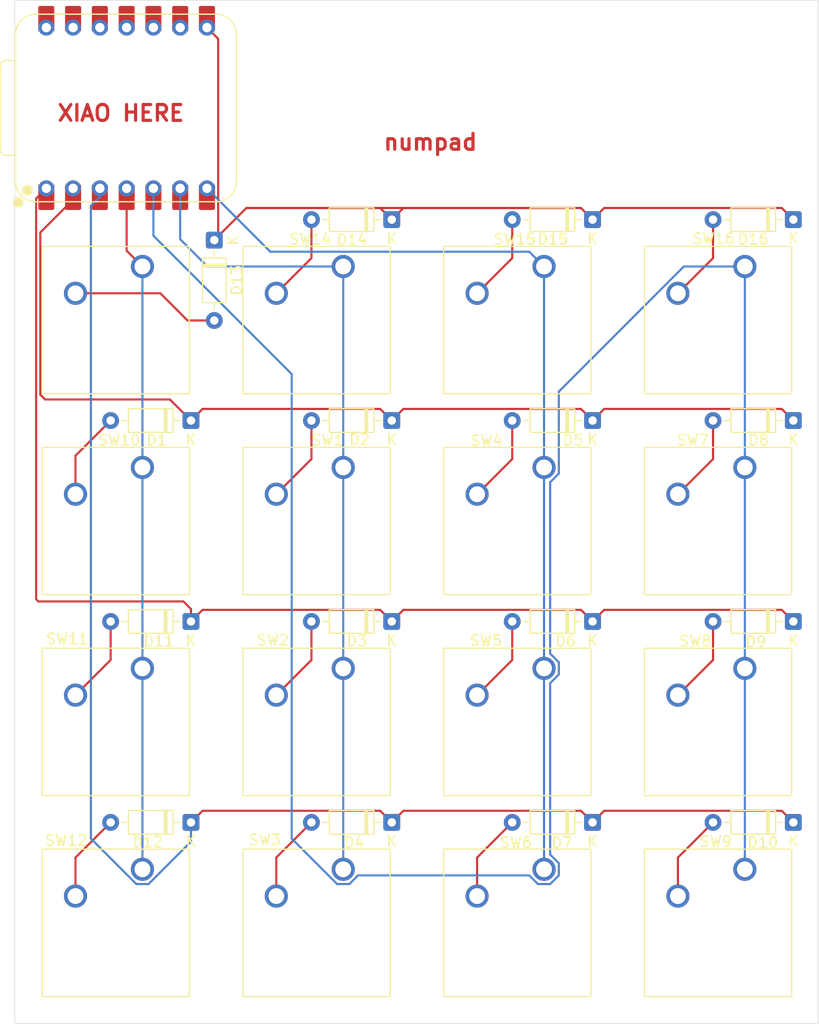
<source format=kicad_pcb>
(kicad_pcb (version 20241229) (generator "pcbnew") (generator_version "9.0")
  (layers (0 "F.Cu" signal) (2 "B.Cu" signal) (13 "F.Paste" user) (15 "B.Paste" user) (5 "F.SilkS" user "F.Silkscreen") (7 "B.SilkS" user "B.Silkscreen") (1 "F.Mask" user) (3 "B.Mask" user) (25 "Edge.Cuts" user))
  (net 0 "")
  (net 1 "Net-(D1-K)")
  (net 2 "Net-(D1-A)")
  (net 3 "Net-(D2-A)")
  (net 4 "Net-(D11-K)")
  (net 5 "Net-(D3-A)")
  (net 6 "Net-(D4-A)")
  (net 7 "Net-(D10-K)")
  (net 8 "Net-(D5-A)")
  (net 9 "Net-(D6-A)")
  (net 10 "Net-(D7-A)")
  (net 11 "Net-(D8-A)")
  (net 12 "Net-(D9-A)")
  (net 13 "Net-(D10-A)")
  (net 14 "Net-(D11-A)")
  (net 15 "Net-(D12-A)")
  (net 16 "Net-(D13-A)")
  (net 17 "Net-(D13-K)")
  (net 18 "Net-(D14-A)")
  (net 19 "Net-(D15-A)")
  (net 20 "Net-(D16-A)")
  (net 21 "Net-(U1-GPIO7{slash}SCL)")
  (net 22 "Net-(U1-GPIO6{slash}SDA)")
  (net 23 "Net-(U1-GPIO29{slash}ADC3{slash}A3)")
  (net 24 "Net-(U1-GND)")
  (net 25 "Net-(U1-GPIO3{slash}MOSI)")
  (net 26 "Net-(U1-GPIO4{slash}MISO)")
  (net 30 "Net-(U1-GPIO0{slash}TX)")
  (footprint "Diode_THT:D_DO-35_SOD27_P7.62mm_Horizontal" (layer "F.Cu") (at 87.78875 88.10625 180)
    (property "Reference" "D1" (at 3.25755 -1.86055 0) (layer "F.SilkS"))
    (property "Value" "1N4148")
    (fp_text user "K" (at 0 -1.8 0) (layer "F.SilkS"))
    (pad "1" thru_hole roundrect (at 0 0 180) (size 1.6 1.6) (drill 0.8) (layers "*.Cu" "*.Mask") (roundrect_rratio 0.15625) (net 1 "Net-(D1-K)"))
    (pad "2" thru_hole circle (at 7.62 0 180) (size 1.6 1.6) (drill 0.8) (layers "*.Cu" "*.Mask") (net 2 "Net-(D1-A)"))
  )
  (footprint "Diode_THT:D_DO-35_SOD27_P7.62mm_Horizontal" (layer "F.Cu") (at 144.93875 107.15625 180)
    (property "Reference" "D9" (at 3.56235 -1.91135 0) (layer "F.SilkS"))
    (property "Value" "1N4148WT")
    (fp_text user "K" (at 0 -1.8 0) (layer "F.SilkS"))
    (pad "1" thru_hole roundrect (at 0 0 180) (size 1.6 1.6) (drill 0.8) (layers "*.Cu" "*.Mask") (roundrect_rratio 0.15625) (net 4 "Net-(D11-K)"))
    (pad "2" thru_hole circle (at 7.62 0 180) (size 1.6 1.6) (drill 0.8) (layers "*.Cu" "*.Mask") (net 12 "Net-(D9-A)"))
  )
  (footprint "Button_Switch_Keyboard:SW_Cherry_MX_1.00u_PCB" (layer "F.Cu") (at 121.285 130.65125)
    (property "Reference" "SW6" (at -2.667 -2.53365 0) (layer "F.SilkS"))
    (property "Value" "SW_Push")
    (pad "" np_thru_hole circle (at -7.62 5.08) (size 1.7 1.7) (drill 1.7) (layers "*.Cu" "*.Mask"))
    (pad "" np_thru_hole circle (at -2.54 5.08) (size 4 4) (drill 4) (layers "*.Cu" "*.Mask"))
    (pad "" np_thru_hole circle (at 2.54 5.08) (size 1.7 1.7) (drill 1.7) (layers "*.Cu" "*.Mask"))
    (pad "1" thru_hole circle (at 0 0) (size 2.2 2.2) (drill 1.5) (layers "*.Cu" "*.Mask") (net 30 "Net-(U1-GPIO0{slash}TX)"))
    (pad "2" thru_hole circle (at -6.35 2.54) (size 2.2 2.2) (drill 1.5) (layers "*.Cu" "*.Mask") (net 10 "Net-(D7-A)"))
  )
  (footprint "Diode_THT:D_DO-35_SOD27_P7.62mm_Horizontal" (layer "F.Cu") (at 87.78875 107.15625 180)
    (property "Reference" "D11" (at 3.05435 -1.86055 0) (layer "F.SilkS"))
    (property "Value" "1N4148WT")
    (fp_text user "K" (at 0 -1.8 0) (layer "F.SilkS"))
    (pad "1" thru_hole roundrect (at 0 0 180) (size 1.6 1.6) (drill 0.8) (layers "*.Cu" "*.Mask") (roundrect_rratio 0.15625) (net 4 "Net-(D11-K)"))
    (pad "2" thru_hole circle (at 7.62 0 180) (size 1.6 1.6) (drill 0.8) (layers "*.Cu" "*.Mask") (net 14 "Net-(D11-A)"))
  )
  (footprint "Diode_THT:D_DO-35_SOD27_P7.62mm_Horizontal" (layer "F.Cu") (at 125.88875 107.15625 180)
    (property "Reference" "D6" (at 2.54635 -1.86055 0) (layer "F.SilkS"))
    (property "Value" "1N4148WT")
    (fp_text user "K" (at 0 -1.8 0) (layer "F.SilkS"))
    (pad "1" thru_hole roundrect (at 0 0 180) (size 1.6 1.6) (drill 0.8) (layers "*.Cu" "*.Mask") (roundrect_rratio 0.15625) (net 4 "Net-(D11-K)"))
    (pad "2" thru_hole circle (at 7.62 0 180) (size 1.6 1.6) (drill 0.8) (layers "*.Cu" "*.Mask") (net 9 "Net-(D6-A)"))
  )
  (footprint "Diode_THT:D_DO-35_SOD27_P7.62mm_Horizontal" (layer "F.Cu") (at 125.88875 69.05625 180)
    (property "Reference" "D15" (at 3.76555 -1.86055 0) (layer "F.SilkS"))
    (property "Value" "1N4148")
    (fp_text user "K" (at 0 -1.8 0) (layer "F.SilkS"))
    (pad "1" thru_hole roundrect (at 0 0 180) (size 1.6 1.6) (drill 0.8) (layers "*.Cu" "*.Mask") (roundrect_rratio 0.15625) (net 17 "Net-(D13-K)"))
    (pad "2" thru_hole circle (at 7.62 0 180) (size 1.6 1.6) (drill 0.8) (layers "*.Cu" "*.Mask") (net 19 "Net-(D15-A)"))
  )
  (footprint "Diode_THT:D_DO-35_SOD27_P7.62mm_Horizontal" (layer "F.Cu") (at 106.83875 126.20625 180)
    (property "Reference" "D4" (at 3.56235 -1.91135 0) (layer "F.SilkS"))
    (property "Value" "1N4148WT")
    (fp_text user "K" (at 0 -1.8 0) (layer "F.SilkS"))
    (pad "1" thru_hole roundrect (at 0 0 180) (size 1.6 1.6) (drill 0.8) (layers "*.Cu" "*.Mask") (roundrect_rratio 0.15625) (net 7 "Net-(D10-K)"))
    (pad "2" thru_hole circle (at 7.62 0 180) (size 1.6 1.6) (drill 0.8) (layers "*.Cu" "*.Mask") (net 6 "Net-(D4-A)"))
  )
  (footprint "Button_Switch_Keyboard:SW_Cherry_MX_1.00u_PCB" (layer "F.Cu") (at 140.335 73.50125)
    (property "Reference" "SW16" (at -2.9718 -2.63525 0) (layer "F.SilkS"))
    (property "Value" "SW_Push")
    (pad "" np_thru_hole circle (at -7.62 5.08) (size 1.7 1.7) (drill 1.7) (layers "*.Cu" "*.Mask"))
    (pad "" np_thru_hole circle (at -2.54 5.08) (size 4 4) (drill 4) (layers "*.Cu" "*.Mask"))
    (pad "" np_thru_hole circle (at 2.54 5.08) (size 1.7 1.7) (drill 1.7) (layers "*.Cu" "*.Mask"))
    (pad "1" thru_hole circle (at 0 0) (size 2.2 2.2) (drill 1.5) (layers "*.Cu" "*.Mask") (net 22 "Net-(U1-GPIO6{slash}SDA)"))
    (pad "2" thru_hole circle (at -6.35 2.54) (size 2.2 2.2) (drill 1.5) (layers "*.Cu" "*.Mask") (net 20 "Net-(D16-A)"))
  )
  (footprint "Diode_THT:D_DO-35_SOD27_P7.62mm_Horizontal" (layer "F.Cu") (at 144.93875 126.20625 180)
    (property "Reference" "D10" (at 2.90195 -1.91135 0) (layer "F.SilkS"))
    (property "Value" "1N4148WT")
    (fp_text user "K" (at 0 -1.8 0) (layer "F.SilkS"))
    (pad "1" thru_hole roundrect (at 0 0 180) (size 1.6 1.6) (drill 0.8) (layers "*.Cu" "*.Mask") (roundrect_rratio 0.15625) (net 7 "Net-(D10-K)"))
    (pad "2" thru_hole circle (at 7.62 0 180) (size 1.6 1.6) (drill 0.8) (layers "*.Cu" "*.Mask") (net 13 "Net-(D10-A)"))
  )
  (footprint "Button_Switch_Keyboard:SW_Cherry_MX_1.00u_PCB" (layer "F.Cu") (at 121.285 92.55125)
    (property "Reference" "SW4" (at -5.461 -2.53365 0) (layer "F.SilkS"))
    (property "Value" "SW_Push")
    (pad "" np_thru_hole circle (at -7.62 5.08) (size 1.7 1.7) (drill 1.7) (layers "*.Cu" "*.Mask"))
    (pad "" np_thru_hole circle (at -2.54 5.08) (size 4 4) (drill 4) (layers "*.Cu" "*.Mask"))
    (pad "" np_thru_hole circle (at 2.54 5.08) (size 1.7 1.7) (drill 1.7) (layers "*.Cu" "*.Mask"))
    (pad "1" thru_hole circle (at 0 0) (size 2.2 2.2) (drill 1.5) (layers "*.Cu" "*.Mask") (net 30 "Net-(U1-GPIO0{slash}TX)"))
    (pad "2" thru_hole circle (at -6.35 2.54) (size 2.2 2.2) (drill 1.5) (layers "*.Cu" "*.Mask") (net 8 "Net-(D5-A)"))
  )
  (footprint "Button_Switch_Keyboard:SW_Cherry_MX_1.00u_PCB" (layer "F.Cu") (at 102.235 92.55125)
    (property "Reference" "SW1" (at -1.4986 -2.58445 0) (layer "F.SilkS"))
    (property "Value" "SW_Push")
    (pad "" np_thru_hole circle (at -7.62 5.08) (size 1.7 1.7) (drill 1.7) (layers "*.Cu" "*.Mask"))
    (pad "" np_thru_hole circle (at -2.54 5.08) (size 4 4) (drill 4) (layers "*.Cu" "*.Mask"))
    (pad "" np_thru_hole circle (at 2.54 5.08) (size 1.7 1.7) (drill 1.7) (layers "*.Cu" "*.Mask"))
    (pad "1" thru_hole circle (at 0 0) (size 2.2 2.2) (drill 1.5) (layers "*.Cu" "*.Mask") (net 21 "Net-(U1-GPIO7{slash}SCL)"))
    (pad "2" thru_hole circle (at -6.35 2.54) (size 2.2 2.2) (drill 1.5) (layers "*.Cu" "*.Mask") (net 3 "Net-(D2-A)"))
  )
  (footprint "Diode_THT:D_DO-35_SOD27_P7.62mm_Horizontal" (layer "F.Cu") (at 144.93875 69.05625 180)
    (property "Reference" "D16" (at 3.81635 -1.86055 0) (layer "F.SilkS"))
    (property "Value" "1N4148")
    (fp_text user "K" (at 0 -1.8 0) (layer "F.SilkS"))
    (pad "1" thru_hole roundrect (at 0 0 180) (size 1.6 1.6) (drill 0.8) (layers "*.Cu" "*.Mask") (roundrect_rratio 0.15625) (net 17 "Net-(D13-K)"))
    (pad "2" thru_hole circle (at 7.62 0 180) (size 1.6 1.6) (drill 0.8) (layers "*.Cu" "*.Mask") (net 20 "Net-(D16-A)"))
  )
  (footprint "Diode_THT:D_DO-35_SOD27_P7.62mm_Horizontal" (layer "F.Cu") (at 90 71 -90)
    (property "Reference" "D13" (at 3.81 -2.12 90) (layer "F.SilkS"))
    (property "Value" "1N4148")
    (fp_text user "K" (at 0 -1.8 90) (layer "F.SilkS"))
    (pad "1" thru_hole roundrect (at 0 0 270) (size 1.6 1.6) (drill 0.8) (layers "*.Cu" "*.Mask") (roundrect_rratio 0.15625) (net 17 "Net-(D13-K)"))
    (pad "2" thru_hole circle (at 7.62 0 270) (size 1.6 1.6) (drill 0.8) (layers "*.Cu" "*.Mask") (net 16 "Net-(D13-A)"))
  )
  (footprint "Diode_THT:D_DO-35_SOD27_P7.62mm_Horizontal" (layer "F.Cu") (at 87.78875 126.20625 180)
    (property "Reference" "D12" (at 4.12115 -1.86055 0) (layer "F.SilkS"))
    (property "Value" "1N4148WT")
    (fp_text user "K" (at 0 -1.8 0) (layer "F.SilkS"))
    (pad "1" thru_hole roundrect (at 0 0 180) (size 1.6 1.6) (drill 0.8) (layers "*.Cu" "*.Mask") (roundrect_rratio 0.15625) (net 7 "Net-(D10-K)"))
    (pad "2" thru_hole circle (at 7.62 0 180) (size 1.6 1.6) (drill 0.8) (layers "*.Cu" "*.Mask") (net 15 "Net-(D12-A)"))
  )
  (footprint "Diode_THT:D_DO-35_SOD27_P7.62mm_Horizontal" (layer "F.Cu") (at 125.88875 88.10625 180)
    (property "Reference" "D5" (at 1.83515 -1.86055 0) (layer "F.SilkS"))
    (property "Value" "1N4148")
    (fp_text user "K" (at 0 -1.8 0) (layer "F.SilkS"))
    (pad "1" thru_hole roundrect (at 0 0 180) (size 1.6 1.6) (drill 0.8) (layers "*.Cu" "*.Mask") (roundrect_rratio 0.15625) (net 1 "Net-(D1-K)"))
    (pad "2" thru_hole circle (at 7.62 0 180) (size 1.6 1.6) (drill 0.8) (layers "*.Cu" "*.Mask") (net 8 "Net-(D5-A)"))
  )
  (footprint "Button_Switch_Keyboard:SW_Cherry_MX_1.00u_PCB" (layer "F.Cu") (at 121.285 111.60125)
    (property "Reference" "SW5" (at -5.5118 -2.63525 0) (layer "F.SilkS"))
    (property "Value" "SW_Push")
    (pad "" np_thru_hole circle (at -7.62 5.08) (size 1.7 1.7) (drill 1.7) (layers "*.Cu" "*.Mask"))
    (pad "" np_thru_hole circle (at -2.54 5.08) (size 4 4) (drill 4) (layers "*.Cu" "*.Mask"))
    (pad "" np_thru_hole circle (at 2.54 5.08) (size 1.7 1.7) (drill 1.7) (layers "*.Cu" "*.Mask"))
    (pad "1" thru_hole circle (at 0 0) (size 2.2 2.2) (drill 1.5) (layers "*.Cu" "*.Mask") (net 30 "Net-(U1-GPIO0{slash}TX)"))
    (pad "2" thru_hole circle (at -6.35 2.54) (size 2.2 2.2) (drill 1.5) (layers "*.Cu" "*.Mask") (net 9 "Net-(D6-A)"))
  )
  (footprint "Button_Switch_Keyboard:SW_Cherry_MX_1.00u_PCB" (layer "F.Cu") (at 83.185 111.60125)
    (property "Reference" "SW11" (at -7.1374 -2.78765 0) (layer "F.SilkS"))
    (property "Value" "SW_Push")
    (pad "" np_thru_hole circle (at -7.62 5.08) (size 1.7 1.7) (drill 1.7) (layers "*.Cu" "*.Mask"))
    (pad "" np_thru_hole circle (at -2.54 5.08) (size 4 4) (drill 4) (layers "*.Cu" "*.Mask"))
    (pad "" np_thru_hole circle (at 2.54 5.08) (size 1.7 1.7) (drill 1.7) (layers "*.Cu" "*.Mask"))
    (pad "1" thru_hole circle (at 0 0) (size 2.2 2.2) (drill 1.5) (layers "*.Cu" "*.Mask") (net 23 "Net-(U1-GPIO29{slash}ADC3{slash}A3)"))
    (pad "2" thru_hole circle (at -6.35 2.54) (size 2.2 2.2) (drill 1.5) (layers "*.Cu" "*.Mask") (net 14 "Net-(D11-A)"))
  )
  (footprint "opl:XIAO-RP2040-DIP" (layer "F.Cu") (at 81.6864 58.4708 90)
    (property "Reference" "U1" (hide yes))
    (property "Value" "XIAO-RP2040-DIP")
    (pad "1" smd roundrect (at -8.455 -7.62 270) (size 2.432 1.524) (layers "F.Cu" "F.Mask") (roundrect_rratio 0.1) (net 4 "Net-(D11-K)"))
    (pad "1" thru_hole circle (at -7.62 -7.62 270) (size 1.524 1.524) (drill 0.889) (layers "*.Cu" "*.Mask") (net 4 "Net-(D11-K)"))
    (pad "2" smd roundrect (at -8.455 -5.08 270) (size 2.432 1.524) (layers "F.Cu" "F.Mask") (roundrect_rratio 0.1) (net 1 "Net-(D1-K)"))
    (pad "2" thru_hole circle (at -7.62 -5.08 270) (size 1.524 1.524) (drill 0.889) (layers "*.Cu" "*.Mask") (net 1 "Net-(D1-K)"))
    (pad "3" smd roundrect (at -8.455 -2.54 270) (size 2.432 1.524) (layers "F.Cu" "F.Mask") (roundrect_rratio 0.1) (net 7 "Net-(D10-K)"))
    (pad "3" thru_hole circle (at -7.62 -2.54 270) (size 1.524 1.524) (drill 0.889) (layers "*.Cu" "*.Mask") (net 7 "Net-(D10-K)"))
    (pad "4" smd roundrect (at -8.455 0 270) (size 2.432 1.524) (layers "F.Cu" "F.Mask") (roundrect_rratio 0.1) (net 23 "Net-(U1-GPIO29{slash}ADC3{slash}A3)"))
    (pad "4" thru_hole circle (at -7.62 0 270) (size 1.524 1.524) (drill 0.889) (layers "*.Cu" "*.Mask") (net 23 "Net-(U1-GPIO29{slash}ADC3{slash}A3)"))
    (pad "5" smd roundrect (at -8.455 2.54 270) (size 2.432 1.524) (layers "F.Cu" "F.Mask") (roundrect_rratio 0.1) (net 22 "Net-(U1-GPIO6{slash}SDA)"))
    (pad "5" thru_hole circle (at -7.62 2.54 270) (size 1.524 1.524) (drill 0.889) (layers "*.Cu" "*.Mask") (net 22 "Net-(U1-GPIO6{slash}SDA)"))
    (pad "6" smd roundrect (at -8.455 5.08 270) (size 2.432 1.524) (layers "F.Cu" "F.Mask") (roundrect_rratio 0.1) (net 21 "Net-(U1-GPIO7{slash}SCL)"))
    (pad "6" thru_hole circle (at -7.62 5.08 270) (size 1.524 1.524) (drill 0.889) (layers "*.Cu" "*.Mask") (net 21 "Net-(U1-GPIO7{slash}SCL)"))
    (pad "7" smd roundrect (at -8.455 7.62 270) (size 2.432 1.524) (layers "F.Cu" "F.Mask") (roundrect_rratio 0.1) (net 30 "Net-(U1-GPIO0{slash}TX)"))
    (pad "7" thru_hole circle (at -7.62 7.62 270) (size 1.524 1.524) (drill 0.889) (layers "*.Cu" "*.Mask") (net 30 "Net-(U1-GPIO0{slash}TX)"))
    (pad "8" thru_hole circle (at 7.62 7.62 90) (size 1.524 1.524) (drill 0.889) (layers "*.Cu" "*.Mask") (net 17 "Net-(D13-K)"))
    (pad "8" smd roundrect (at 8.455 7.62 90) (size 2.432 1.524) (layers "F.Cu" "F.Mask") (roundrect_rratio 0.1) (net 17 "Net-(D13-K)"))
    (pad "9" thru_hole circle (at 7.62 5.08 90) (size 1.524 1.524) (drill 0.889) (layers "*.Cu" "*.Mask"))
    (pad "9" smd roundrect (at 8.455 5.08 90) (size 2.432 1.524) (layers "F.Cu" "F.Mask") (roundrect_rratio 0.1))
    (pad "10" thru_hole circle (at 7.62 2.54 90) (size 1.524 1.524) (drill 0.889) (layers "*.Cu" "*.Mask") (net 26 "Net-(U1-GPIO4{slash}MISO)"))
    (pad "10" smd roundrect (at 8.455 2.54 90) (size 2.432 1.524) (layers "F.Cu" "F.Mask") (roundrect_rratio 0.1) (net 26 "Net-(U1-GPIO4{slash}MISO)"))
    (pad "11" thru_hole circle (at 7.62 0 90) (size 1.524 1.524) (drill 0.889) (layers "*.Cu" "*.Mask") (net 25 "Net-(U1-GPIO3{slash}MOSI)"))
    (pad "11" smd roundrect (at 8.455 0 90) (size 2.432 1.524) (layers "F.Cu" "F.Mask") (roundrect_rratio 0.1) (net 25 "Net-(U1-GPIO3{slash}MOSI)"))
    (pad "12" thru_hole circle (at 7.62 -2.54 90) (size 1.524 1.524) (drill 0.889) (layers "*.Cu" "*.Mask"))
    (pad "12" smd roundrect (at 8.455 -2.54 90) (size 2.432 1.524) (layers "F.Cu" "F.Mask") (roundrect_rratio 0.1))
    (pad "13" thru_hole circle (at 7.62 -5.08 90) (size 1.524 1.524) (drill 0.889) (layers "*.Cu" "*.Mask") (net 24 "Net-(U1-GND)"))
    (pad "13" smd roundrect (at 8.455 -5.08 90) (size 2.432 1.524) (layers "F.Cu" "F.Mask") (roundrect_rratio 0.1) (net 24 "Net-(U1-GND)"))
    (pad "14" thru_hole circle (at 7.62 -7.62 90) (size 1.524 1.524) (drill 0.889) (layers "*.Cu" "*.Mask"))
    (pad "14" smd roundrect (at 8.455 -7.62 90) (size 2.432 1.524) (layers "F.Cu" "F.Mask") (roundrect_rratio 0.1))
  )
  (footprint "Button_Switch_Keyboard:SW_Cherry_MX_1.00u_PCB" (layer "F.Cu") (at 83.185 73.50125)
    (property "Reference" "SW13" (hide yes))
    (property "Value" "SW_Push")
    (pad "" np_thru_hole circle (at -7.62 5.08) (size 1.7 1.7) (drill 1.7) (layers "*.Cu" "*.Mask"))
    (pad "" np_thru_hole circle (at -2.54 5.08) (size 4 4) (drill 4) (layers "*.Cu" "*.Mask"))
    (pad "" np_thru_hole circle (at 2.54 5.08) (size 1.7 1.7) (drill 1.7) (layers "*.Cu" "*.Mask"))
    (pad "1" thru_hole circle (at 0 0) (size 2.2 2.2) (drill 1.5) (layers "*.Cu" "*.Mask") (net 23 "Net-(U1-GPIO29{slash}ADC3{slash}A3)"))
    (pad "2" thru_hole circle (at -6.35 2.54) (size 2.2 2.2) (drill 1.5) (layers "*.Cu" "*.Mask") (net 16 "Net-(D13-A)"))
  )
  (footprint "Diode_THT:D_DO-35_SOD27_P7.62mm_Horizontal" (layer "F.Cu") (at 144.93875 88.10625 180)
    (property "Reference" "D8" (at 3.30835 -1.86055 0) (layer "F.SilkS"))
    (property "Value" "1N4148")
    (fp_text user "K" (at 0 -1.8 0) (layer "F.SilkS"))
    (pad "1" thru_hole roundrect (at 0 0 180) (size 1.6 1.6) (drill 0.8) (layers "*.Cu" "*.Mask") (roundrect_rratio 0.15625) (net 1 "Net-(D1-K)"))
    (pad "2" thru_hole circle (at 7.62 0 180) (size 1.6 1.6) (drill 0.8) (layers "*.Cu" "*.Mask") (net 11 "Net-(D8-A)"))
  )
  (footprint "Diode_THT:D_DO-35_SOD27_P7.62mm_Horizontal" (layer "F.Cu") (at 125.88875 126.20625 180)
    (property "Reference" "D7" (at 2.90195 -1.91135 0) (layer "F.SilkS"))
    (property "Value" "1N4148WT")
    (fp_text user "K" (at 0 -1.8 0) (layer "F.SilkS"))
    (pad "1" thru_hole roundrect (at 0 0 180) (size 1.6 1.6) (drill 0.8) (layers "*.Cu" "*.Mask") (roundrect_rratio 0.15625) (net 7 "Net-(D10-K)"))
    (pad "2" thru_hole circle (at 7.62 0 180) (size 1.6 1.6) (drill 0.8) (layers "*.Cu" "*.Mask") (net 10 "Net-(D7-A)"))
  )
  (footprint "Button_Switch_Keyboard:SW_Cherry_MX_1.00u_PCB" (layer "F.Cu") (at 83.185 130.65125)
    (property "Reference" "SW12" (at -7.239 -2.73685 0) (layer "F.SilkS"))
    (property "Value" "SW_Push")
    (pad "" np_thru_hole circle (at -7.62 5.08) (size 1.7 1.7) (drill 1.7) (layers "*.Cu" "*.Mask"))
    (pad "" np_thru_hole circle (at -2.54 5.08) (size 4 4) (drill 4) (layers "*.Cu" "*.Mask"))
    (pad "" np_thru_hole circle (at 2.54 5.08) (size 1.7 1.7) (drill 1.7) (layers "*.Cu" "*.Mask"))
    (pad "1" thru_hole circle (at 0 0) (size 2.2 2.2) (drill 1.5) (layers "*.Cu" "*.Mask") (net 23 "Net-(U1-GPIO29{slash}ADC3{slash}A3)"))
    (pad "2" thru_hole circle (at -6.35 2.54) (size 2.2 2.2) (drill 1.5) (layers "*.Cu" "*.Mask") (net 15 "Net-(D12-A)"))
  )
  (footprint "Button_Switch_Keyboard:SW_Cherry_MX_1.00u_PCB" (layer "F.Cu") (at 140.335 130.65125)
    (property "Reference" "SW9" (at -2.7686 -2.63525 0) (layer "F.SilkS"))
    (property "Value" "SW_Push")
    (pad "" np_thru_hole circle (at -7.62 5.08) (size 1.7 1.7) (drill 1.7) (layers "*.Cu" "*.Mask"))
    (pad "" np_thru_hole circle (at -2.54 5.08) (size 4 4) (drill 4) (layers "*.Cu" "*.Mask"))
    (pad "" np_thru_hole circle (at 2.54 5.08) (size 1.7 1.7) (drill 1.7) (layers "*.Cu" "*.Mask"))
    (pad "1" thru_hole circle (at 0 0) (size 2.2 2.2) (drill 1.5) (layers "*.Cu" "*.Mask") (net 22 "Net-(U1-GPIO6{slash}SDA)"))
    (pad "2" thru_hole circle (at -6.35 2.54) (size 2.2 2.2) (drill 1.5) (layers "*.Cu" "*.Mask") (net 13 "Net-(D10-A)"))
  )
  (footprint "Button_Switch_Keyboard:SW_Cherry_MX_1.00u_PCB" (layer "F.Cu") (at 140.335 111.60125)
    (property "Reference" "SW8" (at -4.699 -2.58445 0) (layer "F.SilkS"))
    (property "Value" "SW_Push")
    (pad "" np_thru_hole circle (at -7.62 5.08) (size 1.7 1.7) (drill 1.7) (layers "*.Cu" "*.Mask"))
    (pad "" np_thru_hole circle (at -2.54 5.08) (size 4 4) (drill 4) (layers "*.Cu" "*.Mask"))
    (pad "" np_thru_hole circle (at 2.54 5.08) (size 1.7 1.7) (drill 1.7) (layers "*.Cu" "*.Mask"))
    (pad "1" thru_hole circle (at 0 0) (size 2.2 2.2) (drill 1.5) (layers "*.Cu" "*.Mask") (net 22 "Net-(U1-GPIO6{slash}SDA)"))
    (pad "2" thru_hole circle (at -6.35 2.54) (size 2.2 2.2) (drill 1.5) (layers "*.Cu" "*.Mask") (net 12 "Net-(D9-A)"))
  )
  (footprint "Diode_THT:D_DO-35_SOD27_P7.62mm_Horizontal" (layer "F.Cu") (at 106.83875 88.10625 180)
    (property "Reference" "D2" (at 3.05435 -1.80975 0) (layer "F.SilkS"))
    (property "Value" "1N4148")
    (fp_text user "K" (at 0 -1.8 0) (layer "F.SilkS"))
    (pad "1" thru_hole roundrect (at 0 0 180) (size 1.6 1.6) (drill 0.8) (layers "*.Cu" "*.Mask") (roundrect_rratio 0.15625) (net 1 "Net-(D1-K)"))
    (pad "2" thru_hole circle (at 7.62 0 180) (size 1.6 1.6) (drill 0.8) (layers "*.Cu" "*.Mask") (net 3 "Net-(D2-A)"))
  )
  (footprint "Button_Switch_Keyboard:SW_Cherry_MX_1.00u_PCB" (layer "F.Cu") (at 102.235 130.65125)
    (property "Reference" "SW3" (at -7.4422 -2.794 0) (layer "F.SilkS"))
    (property "Value" "SW_Push")
    (pad "" np_thru_hole circle (at -7.62 5.08) (size 1.7 1.7) (drill 1.7) (layers "*.Cu" "*.Mask"))
    (pad "" np_thru_hole circle (at -2.54 5.08) (size 4 4) (drill 4) (layers "*.Cu" "*.Mask"))
    (pad "" np_thru_hole circle (at 2.54 5.08) (size 1.7 1.7) (drill 1.7) (layers "*.Cu" "*.Mask"))
    (pad "1" thru_hole circle (at 0 0) (size 2.2 2.2) (drill 1.5) (layers "*.Cu" "*.Mask") (net 21 "Net-(U1-GPIO7{slash}SCL)"))
    (pad "2" thru_hole circle (at -6.35 2.54) (size 2.2 2.2) (drill 1.5) (layers "*.Cu" "*.Mask") (net 6 "Net-(D4-A)"))
  )
  (footprint "Button_Switch_Keyboard:SW_Cherry_MX_1.00u_PCB" (layer "F.Cu") (at 140.335 92.55125)
    (property "Reference" "SW7" (at -4.953 -2.58445 0) (layer "F.SilkS"))
    (property "Value" "SW_Push")
    (pad "" np_thru_hole circle (at -7.62 5.08) (size 1.7 1.7) (drill 1.7) (layers "*.Cu" "*.Mask"))
    (pad "" np_thru_hole circle (at -2.54 5.08) (size 4 4) (drill 4) (layers "*.Cu" "*.Mask"))
    (pad "" np_thru_hole circle (at 2.54 5.08) (size 1.7 1.7) (drill 1.7) (layers "*.Cu" "*.Mask"))
    (pad "1" thru_hole circle (at 0 0) (size 2.2 2.2) (drill 1.5) (layers "*.Cu" "*.Mask") (net 22 "Net-(U1-GPIO6{slash}SDA)"))
    (pad "2" thru_hole circle (at -6.35 2.54) (size 2.2 2.2) (drill 1.5) (layers "*.Cu" "*.Mask") (net 11 "Net-(D8-A)"))
  )
  (footprint "Button_Switch_Keyboard:SW_Cherry_MX_1.00u_PCB" (layer "F.Cu") (at 102.235 111.60125)
    (property "Reference" "SW2" (at -6.6802 -2.68605 0) (layer "F.SilkS"))
    (property "Value" "SW_Push")
    (pad "" np_thru_hole circle (at -7.62 5.08) (size 1.7 1.7) (drill 1.7) (layers "*.Cu" "*.Mask"))
    (pad "" np_thru_hole circle (at -2.54 5.08) (size 4 4) (drill 4) (layers "*.Cu" "*.Mask"))
    (pad "" np_thru_hole circle (at 2.54 5.08) (size 1.7 1.7) (drill 1.7) (layers "*.Cu" "*.Mask"))
    (pad "1" thru_hole circle (at 0 0) (size 2.2 2.2) (drill 1.5) (layers "*.Cu" "*.Mask") (net 21 "Net-(U1-GPIO7{slash}SCL)"))
    (pad "2" thru_hole circle (at -6.35 2.54) (size 2.2 2.2) (drill 1.5) (layers "*.Cu" "*.Mask") (net 5 "Net-(D3-A)"))
  )
  (footprint "Button_Switch_Keyboard:SW_Cherry_MX_1.00u_PCB" (layer "F.Cu") (at 102.235 73.50125)
    (property "Reference" "SW14" (at -3.1242 -2.58445 0) (layer "F.SilkS"))
    (property "Value" "SW_Push")
    (pad "" np_thru_hole circle (at -7.62 5.08) (size 1.7 1.7) (drill 1.7) (layers "*.Cu" "*.Mask"))
    (pad "" np_thru_hole circle (at -2.54 5.08) (size 4 4) (drill 4) (layers "*.Cu" "*.Mask"))
    (pad "" np_thru_hole circle (at 2.54 5.08) (size 1.7 1.7) (drill 1.7) (layers "*.Cu" "*.Mask"))
    (pad "1" thru_hole circle (at 0 0) (size 2.2 2.2) (drill 1.5) (layers "*.Cu" "*.Mask") (net 21 "Net-(U1-GPIO7{slash}SCL)"))
    (pad "2" thru_hole circle (at -6.35 2.54) (size 2.2 2.2) (drill 1.5) (layers "*.Cu" "*.Mask") (net 18 "Net-(D14-A)"))
  )
  (footprint "Button_Switch_Keyboard:SW_Cherry_MX_1.00u_PCB" (layer "F.Cu") (at 121.285 73.50125)
    (property "Reference" "SW15" (at -2.7686 -2.58445 0) (layer "F.SilkS"))
    (property "Value" "SW_Push")
    (pad "" np_thru_hole circle (at -7.62 5.08) (size 1.7 1.7) (drill 1.7) (layers "*.Cu" "*.Mask"))
    (pad "" np_thru_hole circle (at -2.54 5.08) (size 4 4) (drill 4) (layers "*.Cu" "*.Mask"))
    (pad "" np_thru_hole circle (at 2.54 5.08) (size 1.7 1.7) (drill 1.7) (layers "*.Cu" "*.Mask"))
    (pad "1" thru_hole circle (at 0 0) (size 2.2 2.2) (drill 1.5) (layers "*.Cu" "*.Mask") (net 30 "Net-(U1-GPIO0{slash}TX)"))
    (pad "2" thru_hole circle (at -6.35 2.54) (size 2.2 2.2) (drill 1.5) (layers "*.Cu" "*.Mask") (net 19 "Net-(D15-A)"))
  )
  (footprint "Button_Switch_Keyboard:SW_Cherry_MX_1.00u_PCB" (layer "F.Cu") (at 83.185 92.55125)
    (property "Reference" "SW10" (at -2.2098 -2.58445 0) (layer "F.SilkS"))
    (property "Value" "SW_Push")
    (pad "" np_thru_hole circle (at -7.62 5.08) (size 1.7 1.7) (drill 1.7) (layers "*.Cu" "*.Mask"))
    (pad "" np_thru_hole circle (at -2.54 5.08) (size 4 4) (drill 4) (layers "*.Cu" "*.Mask"))
    (pad "" np_thru_hole circle (at 2.54 5.08) (size 1.7 1.7) (drill 1.7) (layers "*.Cu" "*.Mask"))
    (pad "1" thru_hole circle (at 0 0) (size 2.2 2.2) (drill 1.5) (layers "*.Cu" "*.Mask") (net 23 "Net-(U1-GPIO29{slash}ADC3{slash}A3)"))
    (pad "2" thru_hole circle (at -6.35 2.54) (size 2.2 2.2) (drill 1.5) (layers "*.Cu" "*.Mask") (net 2 "Net-(D1-A)"))
  )
  (footprint "Diode_THT:D_DO-35_SOD27_P7.62mm_Horizontal" (layer "F.Cu") (at 106.83875 107.15625 180)
    (property "Reference" "D3" (at 3.30835 -1.86055 0) (layer "F.SilkS"))
    (property "Value" "1N4148WT")
    (fp_text user "K" (at 0 -1.8 0) (layer "F.SilkS"))
    (pad "1" thru_hole roundrect (at 0 0 180) (size 1.6 1.6) (drill 0.8) (layers "*.Cu" "*.Mask") (roundrect_rratio 0.15625) (net 4 "Net-(D11-K)"))
    (pad "2" thru_hole circle (at 7.62 0 180) (size 1.6 1.6) (drill 0.8) (layers "*.Cu" "*.Mask") (net 5 "Net-(D3-A)"))
  )
  (footprint "Diode_THT:D_DO-35_SOD27_P7.62mm_Horizontal" (layer "F.Cu") (at 106.83875 69.05625 180)
    (property "Reference" "D14" (at 3.76555 -1.91135 0) (layer "F.SilkS"))
    (property "Value" "1N4148")
    (fp_text user "K" (at 0 -1.8 0) (layer "F.SilkS"))
    (pad "1" thru_hole roundrect (at 0 0 180) (size 1.6 1.6) (drill 0.8) (layers "*.Cu" "*.Mask") (roundrect_rratio 0.15625) (net 17 "Net-(D13-K)"))
    (pad "2" thru_hole circle (at 7.62 0 180) (size 1.6 1.6) (drill 0.8) (layers "*.Cu" "*.Mask") (net 18 "Net-(D14-A)"))
  )
  (gr_rect (start 71.0692 48.26) (end 147.2692 145.288) (stroke (width 0.05)) (fill no) (layer "Edge.Cuts"))
  (gr_text "XIAO HERE" (at 74.9808 59.8424 0) (layer "F.Cu") (effects (font (size 1.5 1.5) (thickness 0.3) (bold yes)) (justify left bottom)))
  (gr_text "numpad\n" (at 105.918 62.5856 0) (layer "F.Cu") (effects (font (size 1.5 1.5) (thickness 0.3) (bold yes)) (justify left bottom)))
  (segment (start 143.83775 87.00525) (end 126.98975 87.00525) (width 0.2) (layer "F.Cu") (net 1))
  (segment (start 144.93875 88.10625) (end 143.83775 87.00525) (width 0.2) (layer "F.Cu") (net 1))
  (segment (start 73.9521 86.106) (end 85.7885 86.106) (width 0.2) (layer "F.Cu") (net 1))
  (segment (start 88.88975 87.00525) (end 87.78875 88.10625) (width 0.2) (layer "F.Cu") (net 1))
  (segment (start 76.6064 66.0908) (end 76.6064 67.16843) (width 0.2) (layer "F.Cu") (net 1))
  (segment (start 87.78875 88.10625) (end 85.7885 86.106) (width 0.2) (layer "F.Cu") (net 1))
  (segment (start 124.78775 87.00525) (end 125.88875 88.10625) (width 0.2) (layer "F.Cu") (net 1))
  (segment (start 106.83875 88.10625) (end 105.73775 87.00525) (width 0.2) (layer "F.Cu") (net 1))
  (segment (start 106.83875 88.10625) (end 107.93975 87.00525) (width 0.2) (layer "F.Cu") (net 1))
  (segment (start 107.93975 87.00525) (end 124.78775 87.00525) (width 0.2) (layer "F.Cu") (net 1))
  (segment (start 105.73775 87.00525) (end 88.88975 87.00525) (width 0.2) (layer "F.Cu") (net 1))
  (segment (start 126.98975 87.00525) (end 125.88875 88.10625) (width 0.2) (layer "F.Cu") (net 1))
  (segment (start 73.50125 85.65515) (end 73.9521 86.106) (width 0.2) (layer "F.Cu") (net 1))
  (segment (start 73.50125 70.27358) (end 73.50125 85.65515) (width 0.2) (layer "F.Cu") (net 1))
  (segment (start 76.6064 67.16843) (end 73.50125 70.27358) (width 0.2) (layer "F.Cu") (net 1))
  (segment (start 76.835 95.09125) (end 76.835 91.44) (width 0.2) (layer "F.Cu") (net 2))
  (segment (start 76.835 91.44) (end 80.16875 88.10625) (width 0.2) (layer "F.Cu") (net 2))
  (segment (start 99.21875 88.10625) (end 99.21875 91.7575) (width 0.2) (layer "F.Cu") (net 3))
  (segment (start 99.21875 91.7575) (end 95.885 95.09125) (width 0.2) (layer "F.Cu") (net 3))
  (segment (start 106.83875 107.15625) (end 107.93975 106.05525) (width 0.2) (layer "F.Cu") (net 4))
  (segment (start 126.98975 106.05525) (end 143.83775 106.05525) (width 0.2) (layer "F.Cu") (net 4))
  (segment (start 107.93975 106.05525) (end 124.78775 106.05525) (width 0.2) (layer "F.Cu") (net 4))
  (segment (start 124.78775 106.05525) (end 125.88875 107.15625) (width 0.2) (layer "F.Cu") (net 4))
  (segment (start 87.78875 107.15625) (end 88.88975 106.05525) (width 0.2) (layer "F.Cu") (net 4))
  (segment (start 87.78875 105.97515) (end 87.0712 105.2576) (width 0.2) (layer "F.Cu") (net 4))
  (segment (start 105.73775 106.05525) (end 106.83875 107.15625) (width 0.2) (layer "F.Cu") (net 4))
  (segment (start 87.0712 105.2576) (end 73.3044 105.2576) (width 0.2) (layer "F.Cu") (net 4))
  (segment (start 125.88875 107.15625) (end 126.98975 106.05525) (width 0.2) (layer "F.Cu") (net 4))
  (segment (start 73.10025 105.05345) (end 73.3044 105.2576) (width 0.2) (layer "F.Cu") (net 4))
  (segment (start 87.78875 107.15625) (end 87.78875 105.97515) (width 0.2) (layer "F.Cu") (net 4))
  (segment (start 74.0664 66.0908) (end 73.10025 67.05695) (width 0.2) (layer "F.Cu") (net 4))
  (segment (start 73.10025 67.05695) (end 73.10025 105.05345) (width 0.2) (layer "F.Cu") (net 4))
  (segment (start 143.83775 106.05525) (end 144.93875 107.15625) (width 0.2) (layer "F.Cu") (net 4))
  (segment (start 88.88975 106.05525) (end 105.73775 106.05525) (width 0.2) (layer "F.Cu") (net 4))
  (segment (start 99.21875 107.15625) (end 99.21875 110.8075) (width 0.2) (layer "F.Cu") (net 5))
  (segment (start 99.21875 110.8075) (end 95.885 114.14125) (width 0.2) (layer "F.Cu") (net 5))
  (segment (start 95.885 129.54) (end 99.21875 126.20625) (width 0.2) (layer "F.Cu") (net 6))
  (segment (start 95.885 133.19125) (end 95.885 129.54) (width 0.2) (layer "F.Cu") (net 6))
  (segment (start 107.93975 125.10525) (end 124.78775 125.10525) (width 0.2) (layer "F.Cu") (net 7))
  (segment (start 105.73775 125.10525) (end 106.83875 126.20625) (width 0.2) (layer "F.Cu") (net 7))
  (segment (start 125.88875 126.20625) (end 126.98975 125.10525) (width 0.2) (layer "F.Cu") (net 7))
  (segment (start 88.88975 125.10525) (end 105.73775 125.10525) (width 0.2) (layer "F.Cu") (net 7))
  (segment (start 124.78775 125.10525) (end 125.88875 126.20625) (width 0.2) (layer "F.Cu") (net 7))
  (segment (start 126.98975 125.10525) (end 143.83775 125.10525) (width 0.2) (layer "F.Cu") (net 7))
  (segment (start 87.78875 126.20625) (end 88.88975 125.10525) (width 0.2) (layer "F.Cu") (net 7))
  (segment (start 143.83775 125.10525) (end 144.93875 126.20625) (width 0.2) (layer "F.Cu") (net 7))
  (segment (start 106.83875 126.20625) (end 107.93975 125.10525) (width 0.2) (layer "F.Cu") (net 7))
  (segment (start 83.765314 132.05225) (end 82.604686 132.05225) (width 0.2) (layer "B.Cu") (net 7))
  (segment (start 87.78875 126.20625) (end 87.78875 128.028814) (width 0.2) (layer "B.Cu") (net 7))
  (segment (start 78.294 67.756) (end 79.1464 66.9036) (width 0.2) (layer "B.Cu") (net 7))
  (segment (start 79.1464 66.9036) (end 79.1464 66.0908) (width 0.2) (layer "B.Cu") (net 7))
  (segment (start 82.604686 132.05225) (end 78.294 127.741564) (width 0.2) (layer "B.Cu") (net 7))
  (segment (start 78.294 127.741564) (end 78.294 67.756) (width 0.2) (layer "B.Cu") (net 7))
  (segment (start 87.78875 128.028814) (end 83.765314 132.05225) (width 0.2) (layer "B.Cu") (net 7))
  (segment (start 118.26875 88.10625) (end 118.26875 91.7575) (width 0.2) (layer "F.Cu") (net 8))
  (segment (start 118.26875 91.7575) (end 114.935 95.09125) (width 0.2) (layer "F.Cu") (net 8))
  (segment (start 118.26875 107.15625) (end 118.26875 110.8075) (width 0.2) (layer "F.Cu") (net 9))
  (segment (start 118.26875 110.8075) (end 114.935 114.14125) (width 0.2) (layer "F.Cu") (net 9))
  (segment (start 114.935 129.54) (end 118.26875 126.20625) (width 0.2) (layer "F.Cu") (net 10))
  (segment (start 114.935 133.19125) (end 114.935 129.54) (width 0.2) (layer "F.Cu") (net 10))
  (segment (start 137.31875 91.7575) (end 133.985 95.09125) (width 0.2) (layer "F.Cu") (net 11))
  (segment (start 137.31875 88.10625) (end 137.31875 91.7575) (width 0.2) (layer "F.Cu") (net 11))
  (segment (start 137.31875 110.8075) (end 133.985 114.14125) (width 0.2) (layer "F.Cu") (net 12))
  (segment (start 137.31875 107.15625) (end 137.31875 110.8075) (width 0.2) (layer "F.Cu") (net 12))
  (segment (start 133.985 129.54) (end 137.31875 126.20625) (width 0.2) (layer "F.Cu") (net 13))
  (segment (start 133.985 133.19125) (end 133.985 129.54) (width 0.2) (layer "F.Cu") (net 13))
  (segment (start 80.16875 107.15625) (end 80.16875 110.8075) (width 0.2) (layer "F.Cu") (net 14))
  (segment (start 80.16875 110.8075) (end 76.835 114.14125) (width 0.2) (layer "F.Cu") (net 14))
  (segment (start 76.835 129.54) (end 80.16875 126.20625) (width 0.2) (layer "F.Cu") (net 15))
  (segment (start 76.835 133.19125) (end 76.835 129.54) (width 0.2) (layer "F.Cu") (net 15))
  (segment (start 84.88347 76.04125) (end 87.46222 78.62) (width 0.2) (layer "F.Cu") (net 16))
  (segment (start 87.46222 78.62) (end 90 78.62) (width 0.2) (layer "F.Cu") (net 16))
  (segment (start 76.835 76.04125) (end 84.88347 76.04125) (width 0.2) (layer "F.Cu") (net 16))
  (segment (start 105.73775 67.95525) (end 106.83875 69.05625) (width 0.2) (layer "F.Cu") (net 17))
  (segment (start 89.3064 50.8508) (end 89.3064 50.0158) (width 0.2) (layer "F.Cu") (net 17))
  (segment (start 93.04475 67.95525) (end 124.134642 67.95525) (width 0.2) (layer "F.Cu") (net 17))
  (segment (start 89.3064 50.8508) (end 90.3694 51.9138) (width 0.2) (layer "F.Cu") (net 17))
  (segment (start 126.98975 67.95525) (end 143.83775 67.95525) (width 0.2) (layer "F.Cu") (net 17))
  (segment (start 106.83875 69.05625) (end 107.93975 67.95525) (width 0.2) (layer "F.Cu") (net 17))
  (segment (start 125.88875 69.05625) (end 126.98975 67.95525) (width 0.2) (layer "F.Cu") (net 17))
  (segment (start 107.93975 67.95525) (end 124.78775 67.95525) (width 0.2) (layer "F.Cu") (net 17))
  (segment (start 124.78775 67.95525) (end 125.88875 69.05625) (width 0.2) (layer "F.Cu") (net 17))
  (segment (start 90.3694 70.6306) (end 90 71) (width 0.2) (layer "F.Cu") (net 17))
  (segment (start 143.83775 67.95525) (end 144.93875 69.05625) (width 0.2) (layer "F.Cu") (net 17))
  (segment (start 90 71) (end 93.04475 67.95525) (width 0.2) (layer "F.Cu") (net 17))
  (segment (start 93.04475 67.95525) (end 105.73775 67.95525) (width 0.2) (layer "F.Cu") (net 17))
  (segment (start 90.3694 51.9138) (end 90.3694 70.6306) (width 0.2) (layer "F.Cu") (net 17))
  (segment (start 99.21875 69.05625) (end 99.21875 72.7075) (width 0.2) (layer "F.Cu") (net 18))
  (segment (start 99.21875 72.7075) (end 95.885 76.04125) (width 0.2) (layer "F.Cu") (net 18))
  (segment (start 118.26875 72.7075) (end 114.935 76.04125) (width 0.2) (layer "F.Cu") (net 19))
  (segment (start 118.26875 69.05625) (end 118.26875 72.7075) (width 0.2) (layer "F.Cu") (net 19))
  (segment (start 137.31875 72.7075) (end 133.985 76.04125) (width 0.2) (layer "F.Cu") (net 20))
  (segment (start 137.31875 69.05625) (end 137.31875 72.7075) (width 0.2) (layer "F.Cu") (net 20))
  (segment (start 102.235 92.55125) (end 102.235 73.50125) (width 0.2) (layer "B.Cu") (net 21))
  (segment (start 102.235 73.50125) (end 89.35085 73.50125) (width 0.2) (layer "B.Cu") (net 21))
  (segment (start 86.7664 70.9168) (end 86.7664 66.0908) (width 0.2) (layer "B.Cu") (net 21))
  (segment (start 102.235 130.65125) (end 102.235 111.60125) (width 0.2) (layer "B.Cu") (net 21))
  (segment (start 89.35085 73.50125) (end 86.7664 70.9168) (width 0.2) (layer "B.Cu") (net 21))
  (segment (start 102.235 111.60125) (end 102.235 92.55125) (width 0.2) (layer "B.Cu") (net 21))
  (segment (start 134.543686 73.50125) (end 140.335 73.50125) (width 0.2) (layer "B.Cu") (net 22))
  (segment (start 121.865314 129.25025) (end 121.865314 113.00225) (width 0.2) (layer "B.Cu") (net 22))
  (segment (start 120.704686 132.05225) (end 121.865314 132.05225) (width 0.2) (layer "B.Cu") (net 22))
  (segment (start 102.815314 132.05225) (end 103.636 131.231564) (width 0.2) (layer "B.Cu") (net 22))
  (segment (start 97.344 83.6988) (end 97.344 127.741564) (width 0.2) (layer "B.Cu") (net 22))
  (segment (start 97.344 127.741564) (end 101.654686 132.05225) (width 0.2) (layer "B.Cu") (net 22))
  (segment (start 121.865314 110.20025) (end 121.865314 93.95225) (width 0.2) (layer "B.Cu") (net 22))
  (segment (start 140.335 92.55125) (end 140.335 73.50125) (width 0.2) (layer "B.Cu") (net 22))
  (segment (start 103.636 131.231564) (end 119.884 131.231564) (width 0.2) (layer "B.Cu") (net 22))
  (segment (start 140.335 111.60125) (end 140.335 92.55125) (width 0.2) (layer "B.Cu") (net 22))
  (segment (start 122.686 112.181564) (end 122.686 111.020936) (width 0.2) (layer "B.Cu") (net 22))
  (segment (start 119.884 131.231564) (end 120.704686 132.05225) (width 0.2) (layer "B.Cu") (net 22))
  (segment (start 122.686 85.358936) (end 134.543686 73.50125) (width 0.2) (layer "B.Cu") (net 22))
  (segment (start 122.686 93.131564) (end 122.686 85.358936) (width 0.2) (layer "B.Cu") (net 22))
  (segment (start 121.865314 132.05225) (end 122.686 131.231564) (width 0.2) (layer "B.Cu") (net 22))
  (segment (start 101.654686 132.05225) (end 102.815314 132.05225) (width 0.2) (layer "B.Cu") (net 22))
  (segment (start 122.686 130.070936) (end 121.865314 129.25025) (width 0.2) (layer "B.Cu") (net 22))
  (segment (start 121.865314 93.95225) (end 122.686 93.131564) (width 0.2) (layer "B.Cu") (net 22))
  (segment (start 122.686 131.231564) (end 122.686 130.070936) (width 0.2) (layer "B.Cu") (net 22))
  (segment (start 97.344 83.6988) (end 84.2264 70.5812) (width 0.2) (layer "B.Cu") (net 22))
  (segment (start 84.2264 70.5812) (end 84.2264 66.0908) (width 0.2) (layer "B.Cu") (net 22))
  (segment (start 140.335 130.65125) (end 140.335 111.60125) (width 0.2) (layer "B.Cu") (net 22))
  (segment (start 122.686 111.020936) (end 121.865314 110.20025) (width 0.2) (layer "B.Cu") (net 22))
  (segment (start 121.865314 113.00225) (end 122.686 112.181564) (width 0.2) (layer "B.Cu") (net 22))
  (segment (start 81.6864 66.0908) (end 81.6864 72.00265) (width 0.2) (layer "F.Cu") (net 23))
  (segment (start 81.6864 72.00265) (end 83.185 73.50125) (width 0.2) (layer "F.Cu") (net 23))
  (segment (start 83.185 92.55125) (end 83.185 73.50125) (width 0.2) (layer "B.Cu") (net 23))
  (segment (start 83.185 130.65125) (end 83.185 111.60125) (width 0.2) (layer "B.Cu") (net 23))
  (segment (start 83.185 111.60125) (end 83.185 92.55125) (width 0.2) (layer "B.Cu") (net 23))
  (segment (start 121.285 130.65125) (end 121.285 111.60125) (width 0.2) (layer "B.Cu") (net 30))
  (segment (start 121.285 111.60125) (end 121.285 92.55125) (width 0.2) (layer "B.Cu") (net 30))
  (segment (start 121.285 73.50125) (end 119.884 72.10025) (width 0.2) (layer "B.Cu") (net 30))
  (segment (start 95.31585 72.10025) (end 89.3064 66.0908) (width 0.2) (layer "B.Cu") (net 30))
  (segment (start 121.285 73.50125) (end 121.285 92.55125) (width 0.2) (layer "B.Cu") (net 30))
  (segment (start 119.884 72.10025) (end 95.31585 72.10025) (width 0.2) (layer "B.Cu") (net 30))
)
</source>
